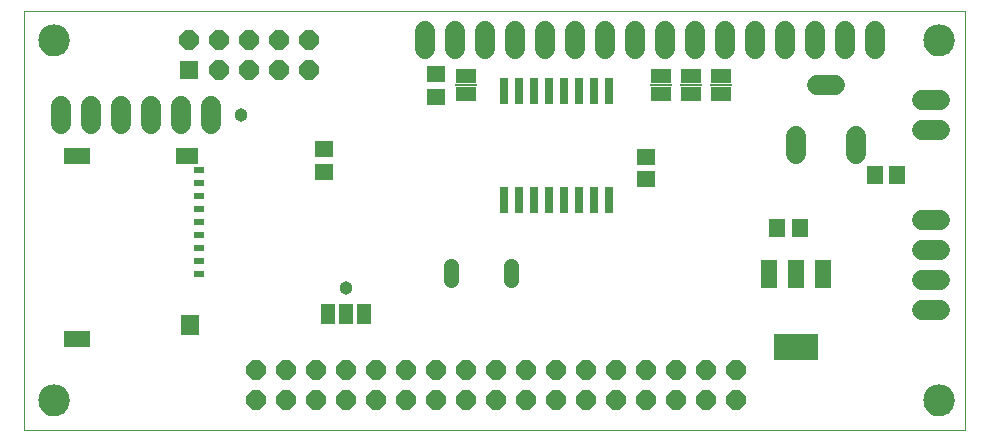
<source format=gts>
G75*
%MOIN*%
%OFA0B0*%
%FSLAX24Y24*%
%IPPOS*%
%LPD*%
%AMOC8*
5,1,8,0,0,1.08239X$1,22.5*
%
%ADD10C,0.0000*%
%ADD11R,0.0286X0.0916*%
%ADD12OC8,0.0650*%
%ADD13C,0.0650*%
%ADD14R,0.0530X0.0930*%
%ADD15R,0.1467X0.0916*%
%ADD16R,0.0562X0.0641*%
%ADD17R,0.0641X0.0562*%
%ADD18C,0.0490*%
%ADD19R,0.0510X0.0680*%
%ADD20R,0.0680X0.0510*%
%ADD21R,0.0720X0.0060*%
%ADD22C,0.1050*%
%ADD23R,0.0644X0.0644*%
%ADD24OC8,0.0644*%
%ADD25R,0.0345X0.0247*%
%ADD26R,0.0759X0.0522*%
%ADD27R,0.0916X0.0522*%
%ADD28R,0.0641X0.0680*%
%ADD29C,0.0446*%
D10*
X002288Y000180D02*
X002288Y014176D01*
X033658Y014176D01*
X033658Y000180D01*
X002288Y000180D01*
X002788Y001180D02*
X002790Y001224D01*
X002796Y001268D01*
X002806Y001311D01*
X002819Y001353D01*
X002836Y001394D01*
X002857Y001433D01*
X002881Y001470D01*
X002908Y001505D01*
X002938Y001537D01*
X002971Y001567D01*
X003007Y001593D01*
X003044Y001617D01*
X003084Y001636D01*
X003125Y001653D01*
X003168Y001665D01*
X003211Y001674D01*
X003255Y001679D01*
X003299Y001680D01*
X003343Y001677D01*
X003387Y001670D01*
X003430Y001659D01*
X003472Y001645D01*
X003512Y001627D01*
X003551Y001605D01*
X003587Y001581D01*
X003621Y001553D01*
X003653Y001522D01*
X003682Y001488D01*
X003708Y001452D01*
X003730Y001414D01*
X003749Y001374D01*
X003764Y001332D01*
X003776Y001290D01*
X003784Y001246D01*
X003788Y001202D01*
X003788Y001158D01*
X003784Y001114D01*
X003776Y001070D01*
X003764Y001028D01*
X003749Y000986D01*
X003730Y000946D01*
X003708Y000908D01*
X003682Y000872D01*
X003653Y000838D01*
X003621Y000807D01*
X003587Y000779D01*
X003551Y000755D01*
X003512Y000733D01*
X003472Y000715D01*
X003430Y000701D01*
X003387Y000690D01*
X003343Y000683D01*
X003299Y000680D01*
X003255Y000681D01*
X003211Y000686D01*
X003168Y000695D01*
X003125Y000707D01*
X003084Y000724D01*
X003044Y000743D01*
X003007Y000767D01*
X002971Y000793D01*
X002938Y000823D01*
X002908Y000855D01*
X002881Y000890D01*
X002857Y000927D01*
X002836Y000966D01*
X002819Y001007D01*
X002806Y001049D01*
X002796Y001092D01*
X002790Y001136D01*
X002788Y001180D01*
X002788Y013180D02*
X002790Y013224D01*
X002796Y013268D01*
X002806Y013311D01*
X002819Y013353D01*
X002836Y013394D01*
X002857Y013433D01*
X002881Y013470D01*
X002908Y013505D01*
X002938Y013537D01*
X002971Y013567D01*
X003007Y013593D01*
X003044Y013617D01*
X003084Y013636D01*
X003125Y013653D01*
X003168Y013665D01*
X003211Y013674D01*
X003255Y013679D01*
X003299Y013680D01*
X003343Y013677D01*
X003387Y013670D01*
X003430Y013659D01*
X003472Y013645D01*
X003512Y013627D01*
X003551Y013605D01*
X003587Y013581D01*
X003621Y013553D01*
X003653Y013522D01*
X003682Y013488D01*
X003708Y013452D01*
X003730Y013414D01*
X003749Y013374D01*
X003764Y013332D01*
X003776Y013290D01*
X003784Y013246D01*
X003788Y013202D01*
X003788Y013158D01*
X003784Y013114D01*
X003776Y013070D01*
X003764Y013028D01*
X003749Y012986D01*
X003730Y012946D01*
X003708Y012908D01*
X003682Y012872D01*
X003653Y012838D01*
X003621Y012807D01*
X003587Y012779D01*
X003551Y012755D01*
X003512Y012733D01*
X003472Y012715D01*
X003430Y012701D01*
X003387Y012690D01*
X003343Y012683D01*
X003299Y012680D01*
X003255Y012681D01*
X003211Y012686D01*
X003168Y012695D01*
X003125Y012707D01*
X003084Y012724D01*
X003044Y012743D01*
X003007Y012767D01*
X002971Y012793D01*
X002938Y012823D01*
X002908Y012855D01*
X002881Y012890D01*
X002857Y012927D01*
X002836Y012966D01*
X002819Y013007D01*
X002806Y013049D01*
X002796Y013092D01*
X002790Y013136D01*
X002788Y013180D01*
X032288Y013180D02*
X032290Y013224D01*
X032296Y013268D01*
X032306Y013311D01*
X032319Y013353D01*
X032336Y013394D01*
X032357Y013433D01*
X032381Y013470D01*
X032408Y013505D01*
X032438Y013537D01*
X032471Y013567D01*
X032507Y013593D01*
X032544Y013617D01*
X032584Y013636D01*
X032625Y013653D01*
X032668Y013665D01*
X032711Y013674D01*
X032755Y013679D01*
X032799Y013680D01*
X032843Y013677D01*
X032887Y013670D01*
X032930Y013659D01*
X032972Y013645D01*
X033012Y013627D01*
X033051Y013605D01*
X033087Y013581D01*
X033121Y013553D01*
X033153Y013522D01*
X033182Y013488D01*
X033208Y013452D01*
X033230Y013414D01*
X033249Y013374D01*
X033264Y013332D01*
X033276Y013290D01*
X033284Y013246D01*
X033288Y013202D01*
X033288Y013158D01*
X033284Y013114D01*
X033276Y013070D01*
X033264Y013028D01*
X033249Y012986D01*
X033230Y012946D01*
X033208Y012908D01*
X033182Y012872D01*
X033153Y012838D01*
X033121Y012807D01*
X033087Y012779D01*
X033051Y012755D01*
X033012Y012733D01*
X032972Y012715D01*
X032930Y012701D01*
X032887Y012690D01*
X032843Y012683D01*
X032799Y012680D01*
X032755Y012681D01*
X032711Y012686D01*
X032668Y012695D01*
X032625Y012707D01*
X032584Y012724D01*
X032544Y012743D01*
X032507Y012767D01*
X032471Y012793D01*
X032438Y012823D01*
X032408Y012855D01*
X032381Y012890D01*
X032357Y012927D01*
X032336Y012966D01*
X032319Y013007D01*
X032306Y013049D01*
X032296Y013092D01*
X032290Y013136D01*
X032288Y013180D01*
X032288Y001180D02*
X032290Y001224D01*
X032296Y001268D01*
X032306Y001311D01*
X032319Y001353D01*
X032336Y001394D01*
X032357Y001433D01*
X032381Y001470D01*
X032408Y001505D01*
X032438Y001537D01*
X032471Y001567D01*
X032507Y001593D01*
X032544Y001617D01*
X032584Y001636D01*
X032625Y001653D01*
X032668Y001665D01*
X032711Y001674D01*
X032755Y001679D01*
X032799Y001680D01*
X032843Y001677D01*
X032887Y001670D01*
X032930Y001659D01*
X032972Y001645D01*
X033012Y001627D01*
X033051Y001605D01*
X033087Y001581D01*
X033121Y001553D01*
X033153Y001522D01*
X033182Y001488D01*
X033208Y001452D01*
X033230Y001414D01*
X033249Y001374D01*
X033264Y001332D01*
X033276Y001290D01*
X033284Y001246D01*
X033288Y001202D01*
X033288Y001158D01*
X033284Y001114D01*
X033276Y001070D01*
X033264Y001028D01*
X033249Y000986D01*
X033230Y000946D01*
X033208Y000908D01*
X033182Y000872D01*
X033153Y000838D01*
X033121Y000807D01*
X033087Y000779D01*
X033051Y000755D01*
X033012Y000733D01*
X032972Y000715D01*
X032930Y000701D01*
X032887Y000690D01*
X032843Y000683D01*
X032799Y000680D01*
X032755Y000681D01*
X032711Y000686D01*
X032668Y000695D01*
X032625Y000707D01*
X032584Y000724D01*
X032544Y000743D01*
X032507Y000767D01*
X032471Y000793D01*
X032438Y000823D01*
X032408Y000855D01*
X032381Y000890D01*
X032357Y000927D01*
X032336Y000966D01*
X032319Y001007D01*
X032306Y001049D01*
X032296Y001092D01*
X032290Y001136D01*
X032288Y001180D01*
D11*
X021788Y007869D03*
X021288Y007869D03*
X020788Y007869D03*
X020288Y007869D03*
X019788Y007869D03*
X019288Y007869D03*
X018788Y007869D03*
X018288Y007869D03*
X018288Y011491D03*
X018788Y011491D03*
X019288Y011491D03*
X019788Y011491D03*
X020288Y011491D03*
X020788Y011491D03*
X021288Y011491D03*
X021788Y011491D03*
D12*
X022038Y002180D03*
X021038Y002180D03*
X020038Y002180D03*
X019038Y002180D03*
X018038Y002180D03*
X017038Y002180D03*
X016038Y002180D03*
X015038Y002180D03*
X014038Y002180D03*
X013038Y002180D03*
X012038Y002180D03*
X011038Y002180D03*
X010038Y002180D03*
X010038Y001180D03*
X011038Y001180D03*
X012038Y001180D03*
X013038Y001180D03*
X014038Y001180D03*
X015038Y001180D03*
X016038Y001180D03*
X017038Y001180D03*
X018038Y001180D03*
X019038Y001180D03*
X020038Y001180D03*
X021038Y001180D03*
X022038Y001180D03*
X023038Y001180D03*
X024038Y001180D03*
X025038Y001180D03*
X026038Y001180D03*
X026038Y002180D03*
X025038Y002180D03*
X024038Y002180D03*
X023038Y002180D03*
D13*
X032238Y004180D02*
X032838Y004180D01*
X032838Y005180D02*
X032238Y005180D01*
X032238Y006180D02*
X032838Y006180D01*
X032838Y007180D02*
X032238Y007180D01*
X030038Y009380D02*
X030038Y009980D01*
X028038Y009980D02*
X028038Y009380D01*
X032238Y010180D02*
X032838Y010180D01*
X032838Y011180D02*
X032238Y011180D01*
X029338Y011680D02*
X028738Y011680D01*
X028663Y012880D02*
X028663Y013480D01*
X027663Y013480D02*
X027663Y012880D01*
X026663Y012880D02*
X026663Y013480D01*
X025663Y013480D02*
X025663Y012880D01*
X024663Y012880D02*
X024663Y013480D01*
X023663Y013480D02*
X023663Y012880D01*
X022663Y012880D02*
X022663Y013480D01*
X021663Y013480D02*
X021663Y012880D01*
X020663Y012880D02*
X020663Y013480D01*
X019663Y013480D02*
X019663Y012880D01*
X018663Y012880D02*
X018663Y013480D01*
X017663Y013480D02*
X017663Y012880D01*
X016663Y012880D02*
X016663Y013480D01*
X015663Y013480D02*
X015663Y012880D01*
X008538Y010980D02*
X008538Y010380D01*
X007538Y010380D02*
X007538Y010980D01*
X006538Y010980D02*
X006538Y010380D01*
X005538Y010380D02*
X005538Y010980D01*
X004538Y010980D02*
X004538Y010380D01*
X003538Y010380D02*
X003538Y010980D01*
X029663Y012880D02*
X029663Y013480D01*
X030663Y013480D02*
X030663Y012880D01*
D14*
X028948Y005400D03*
X028038Y005400D03*
X027128Y005400D03*
D15*
X028038Y002960D03*
D16*
X028162Y006930D03*
X027414Y006930D03*
X030664Y008680D03*
X031412Y008680D03*
D17*
X023038Y008556D03*
X023038Y009304D03*
X016038Y011306D03*
X016038Y012054D03*
X012288Y009554D03*
X012288Y008806D03*
D18*
X016538Y005650D02*
X016538Y005210D01*
X018538Y005210D02*
X018538Y005650D01*
D19*
X013638Y004055D03*
X013038Y004055D03*
X012438Y004055D03*
D20*
X017038Y011380D03*
X017038Y011980D03*
X023538Y011980D03*
X024538Y011980D03*
X025538Y011980D03*
X025538Y011380D03*
X024538Y011380D03*
X023538Y011380D03*
D21*
X023538Y011680D03*
X024538Y011680D03*
X025538Y011680D03*
X017038Y011680D03*
D22*
X003288Y013180D03*
X003288Y001180D03*
X032788Y001180D03*
X032788Y013180D03*
D23*
X007788Y012180D03*
D24*
X008788Y012180D03*
X009788Y012180D03*
X010788Y012180D03*
X011788Y012180D03*
X011788Y013180D03*
X010788Y013180D03*
X009788Y013180D03*
X008788Y013180D03*
X007788Y013180D03*
D25*
X008127Y008855D03*
X008127Y008422D03*
X008127Y007989D03*
X008127Y007556D03*
X008127Y007123D03*
X008127Y006690D03*
X008127Y006257D03*
X008127Y005824D03*
X008127Y005391D03*
D26*
X007723Y009328D03*
D27*
X004062Y009328D03*
X004062Y003225D03*
D28*
X007822Y003688D03*
D29*
X013038Y004930D03*
X009538Y010680D03*
M02*

</source>
